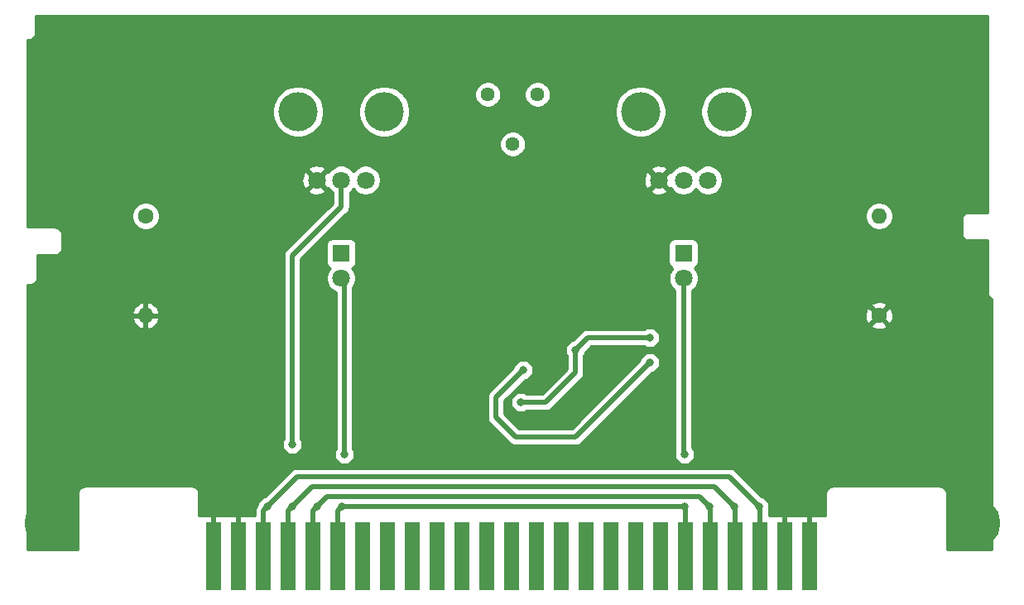
<source format=gbr>
G04 #@! TF.GenerationSoftware,KiCad,Pcbnew,(5.1.7)-1*
G04 #@! TF.CreationDate,2022-04-09T18:00:20-05:00*
G04 #@! TF.ProjectId,ConsolePedalFuzzSMT,436f6e73-6f6c-4655-9065-64616c46757a,rev?*
G04 #@! TF.SameCoordinates,Original*
G04 #@! TF.FileFunction,Copper,L2,Bot*
G04 #@! TF.FilePolarity,Positive*
%FSLAX46Y46*%
G04 Gerber Fmt 4.6, Leading zero omitted, Abs format (unit mm)*
G04 Created by KiCad (PCBNEW (5.1.7)-1) date 2022-04-09 18:00:20*
%MOMM*%
%LPD*%
G01*
G04 APERTURE LIST*
G04 #@! TA.AperFunction,ComponentPad*
%ADD10R,1.800000X1.800000*%
G04 #@! TD*
G04 #@! TA.AperFunction,ComponentPad*
%ADD11C,1.800000*%
G04 #@! TD*
G04 #@! TA.AperFunction,ComponentPad*
%ADD12C,5.000000*%
G04 #@! TD*
G04 #@! TA.AperFunction,WasherPad*
%ADD13C,4.000000*%
G04 #@! TD*
G04 #@! TA.AperFunction,ComponentPad*
%ADD14C,1.600000*%
G04 #@! TD*
G04 #@! TA.AperFunction,ComponentPad*
%ADD15O,1.600000X1.600000*%
G04 #@! TD*
G04 #@! TA.AperFunction,ComponentPad*
%ADD16C,1.440000*%
G04 #@! TD*
G04 #@! TA.AperFunction,ConnectorPad*
%ADD17R,1.500000X7.000000*%
G04 #@! TD*
G04 #@! TA.AperFunction,ViaPad*
%ADD18C,0.800000*%
G04 #@! TD*
G04 #@! TA.AperFunction,Conductor*
%ADD19C,0.500000*%
G04 #@! TD*
G04 #@! TA.AperFunction,Conductor*
%ADD20C,0.254000*%
G04 #@! TD*
G04 #@! TA.AperFunction,Conductor*
%ADD21C,0.100000*%
G04 #@! TD*
G04 APERTURE END LIST*
D10*
G04 #@! TO.P,D1,1*
G04 #@! TO.N,Net-(D1-Pad1)*
X115250000Y-95000000D03*
D11*
G04 #@! TO.P,D1,2*
G04 #@! TO.N,/LEDPower*
X115250000Y-97540000D03*
G04 #@! TD*
G04 #@! TO.P,D2,2*
G04 #@! TO.N,/LEDPower*
X150250000Y-97540000D03*
D10*
G04 #@! TO.P,D2,1*
G04 #@! TO.N,Net-(D2-Pad1)*
X150250000Y-95000000D03*
G04 #@! TD*
D12*
G04 #@! TO.P,H1,1*
G04 #@! TO.N,GND*
X85350000Y-122600000D03*
G04 #@! TD*
G04 #@! TO.P,H2,1*
G04 #@! TO.N,GND*
X180150000Y-122600000D03*
G04 #@! TD*
D13*
G04 #@! TO.P,RV1,*
G04 #@! TO.N,*
X154650000Y-80500000D03*
X145850000Y-80500000D03*
D11*
G04 #@! TO.P,RV1,1*
G04 #@! TO.N,Net-(Q2-Pad2)*
X152750000Y-87500000D03*
G04 #@! TO.P,RV1,2*
G04 #@! TO.N,Net-(C3-Pad1)*
X150250000Y-87500000D03*
G04 #@! TO.P,RV1,3*
G04 #@! TO.N,GND*
X147750000Y-87500000D03*
G04 #@! TD*
G04 #@! TO.P,RV2,3*
G04 #@! TO.N,GND*
X112750000Y-87500000D03*
G04 #@! TO.P,RV2,2*
G04 #@! TO.N,/Output*
X115250000Y-87500000D03*
G04 #@! TO.P,RV2,1*
G04 #@! TO.N,Net-(C2-Pad1)*
X117750000Y-87500000D03*
D13*
G04 #@! TO.P,RV2,*
G04 #@! TO.N,*
X110850000Y-80500000D03*
X119650000Y-80500000D03*
G04 #@! TD*
D14*
G04 #@! TO.P,R3,1*
G04 #@! TO.N,GND*
X170250000Y-101350000D03*
D15*
G04 #@! TO.P,R3,2*
G04 #@! TO.N,Net-(D2-Pad1)*
X170250000Y-91190000D03*
G04 #@! TD*
D16*
G04 #@! TO.P,RV3,3*
G04 #@! TO.N,N/C*
X135330000Y-78740000D03*
G04 #@! TO.P,RV3,2*
G04 #@! TO.N,Net-(Q2-Pad3)*
X132790000Y-83820000D03*
G04 #@! TO.P,RV3,1*
G04 #@! TO.N,Net-(C2-Pad2)*
X130250000Y-78740000D03*
G04 #@! TD*
D17*
G04 #@! TO.P,J1,50*
G04 #@! TO.N,GND*
X163195000Y-126000000D03*
G04 #@! TO.P,J1,49*
X160655000Y-126000000D03*
G04 #@! TO.P,J1,48*
G04 #@! TO.N,/Input*
X158115000Y-126000000D03*
G04 #@! TO.P,J1,47*
G04 #@! TO.N,/Output*
X155575000Y-126000000D03*
G04 #@! TO.P,J1,46*
G04 #@! TO.N,+9V*
X153035000Y-126000000D03*
G04 #@! TO.P,J1,45*
G04 #@! TO.N,/LEDPower*
X150495000Y-126000000D03*
G04 #@! TO.P,J1,44*
G04 #@! TO.N,N/C*
X147955000Y-126000000D03*
G04 #@! TO.P,J1,43*
X145415000Y-126000000D03*
G04 #@! TO.P,J1,42*
X142875000Y-126000000D03*
G04 #@! TO.P,J1,41*
X140335000Y-126000000D03*
G04 #@! TO.P,J1,40*
X137795000Y-126000000D03*
G04 #@! TO.P,J1,39*
X135255000Y-126000000D03*
G04 #@! TO.P,J1,38*
X132715000Y-126000000D03*
G04 #@! TO.P,J1,37*
X130175000Y-126000000D03*
G04 #@! TO.P,J1,36*
X127635000Y-126000000D03*
G04 #@! TO.P,J1,35*
X125095000Y-126000000D03*
G04 #@! TO.P,J1,34*
X122555000Y-126000000D03*
G04 #@! TO.P,J1,33*
X120015000Y-126000000D03*
G04 #@! TO.P,J1,32*
X117475000Y-126000000D03*
G04 #@! TO.P,J1,31*
G04 #@! TO.N,/LEDPower*
X114935000Y-126000000D03*
G04 #@! TO.P,J1,30*
G04 #@! TO.N,+9V*
X112395000Y-126000000D03*
G04 #@! TO.P,J1,29*
G04 #@! TO.N,/Output*
X109855000Y-126000000D03*
G04 #@! TO.P,J1,28*
G04 #@! TO.N,/Input*
X107315000Y-126000000D03*
G04 #@! TO.P,J1,27*
G04 #@! TO.N,GND*
X104775000Y-126000000D03*
G04 #@! TO.P,J1,26*
X102235000Y-126000000D03*
G04 #@! TD*
D14*
G04 #@! TO.P,R5,1*
G04 #@! TO.N,Net-(D1-Pad1)*
X95250000Y-91190000D03*
D15*
G04 #@! TO.P,R5,2*
G04 #@! TO.N,GND*
X95250000Y-101350000D03*
G04 #@! TD*
D18*
G04 #@! TO.N,GND*
X105156000Y-120904000D03*
X102616000Y-120904000D03*
X160528000Y-120904000D03*
X163068000Y-120904000D03*
G04 #@! TO.N,/LEDPower*
X115316000Y-120904000D03*
X150368000Y-120904000D03*
X150368000Y-115570000D03*
X115570000Y-115570000D03*
G04 #@! TO.N,/Input*
X107696000Y-120904000D03*
X157988000Y-120904000D03*
G04 #@! TO.N,/Output*
X110236000Y-120904000D03*
X155448000Y-120904000D03*
X110236000Y-114554000D03*
G04 #@! TO.N,+9V*
X112776000Y-120904000D03*
X152908000Y-120904000D03*
G04 #@! TO.N,Net-(Q1-Pad3)*
X146812000Y-103632000D03*
X139192000Y-104902000D03*
X133604000Y-110236000D03*
G04 #@! TO.N,Net-(Q2-Pad2)*
X146812000Y-106172000D03*
X133858000Y-106934000D03*
G04 #@! TD*
D19*
G04 #@! TO.N,GND*
X104775000Y-121285000D02*
X105156000Y-120904000D01*
X104775000Y-126000000D02*
X104775000Y-121285000D01*
X102235000Y-121285000D02*
X102616000Y-120904000D01*
X102235000Y-126000000D02*
X102235000Y-121285000D01*
X160655000Y-121031000D02*
X160528000Y-120904000D01*
X160655000Y-126000000D02*
X160655000Y-121031000D01*
X163195000Y-121031000D02*
X163068000Y-120904000D01*
X163195000Y-126000000D02*
X163195000Y-121031000D01*
G04 #@! TO.N,/LEDPower*
X114935000Y-121285000D02*
X115316000Y-120904000D01*
X114935000Y-126000000D02*
X114935000Y-121285000D01*
X150495000Y-121031000D02*
X150368000Y-120904000D01*
X150495000Y-126000000D02*
X150495000Y-121031000D01*
X115316000Y-120904000D02*
X150368000Y-120904000D01*
X150250000Y-115452000D02*
X150368000Y-115570000D01*
X150250000Y-97540000D02*
X150250000Y-115452000D01*
X115570000Y-97860000D02*
X115250000Y-97540000D01*
X115570000Y-115570000D02*
X115570000Y-97860000D01*
G04 #@! TO.N,/Input*
X107315000Y-121285000D02*
X107696000Y-120904000D01*
X107315000Y-126000000D02*
X107315000Y-121285000D01*
X158115000Y-121031000D02*
X157988000Y-120904000D01*
X158115000Y-126000000D02*
X158115000Y-121031000D01*
X107696000Y-120904000D02*
X110744000Y-117856000D01*
X154940000Y-117856000D02*
X157988000Y-120904000D01*
X110744000Y-117856000D02*
X154940000Y-117856000D01*
G04 #@! TO.N,/Output*
X109855000Y-121285000D02*
X110236000Y-120904000D01*
X109855000Y-126000000D02*
X109855000Y-121285000D01*
X155575000Y-121031000D02*
X155448000Y-120904000D01*
X155575000Y-126000000D02*
X155575000Y-121031000D01*
X110236000Y-120904000D02*
X112268000Y-118872000D01*
X153416000Y-118872000D02*
X155448000Y-120904000D01*
X112268000Y-118872000D02*
X153416000Y-118872000D01*
X110236000Y-114554000D02*
X110236000Y-95250000D01*
X115250000Y-90236000D02*
X115250000Y-87500000D01*
X110236000Y-95250000D02*
X115250000Y-90236000D01*
G04 #@! TO.N,+9V*
X112395000Y-121285000D02*
X112776000Y-120904000D01*
X112395000Y-126000000D02*
X112395000Y-121285000D01*
X153035000Y-121031000D02*
X152908000Y-120904000D01*
X153035000Y-126000000D02*
X153035000Y-121031000D01*
X151892000Y-119888000D02*
X152908000Y-120904000D01*
X113792000Y-119888000D02*
X151892000Y-119888000D01*
X112776000Y-120904000D02*
X113792000Y-119888000D01*
G04 #@! TO.N,Net-(Q1-Pad3)*
X140462000Y-103632000D02*
X146812000Y-103632000D01*
X139192000Y-104902000D02*
X140462000Y-103632000D01*
X133604000Y-110236000D02*
X136144000Y-110236000D01*
X139192000Y-107188000D02*
X139192000Y-104902000D01*
X136144000Y-110236000D02*
X139192000Y-107188000D01*
G04 #@! TO.N,Net-(Q2-Pad2)*
X133858000Y-106934000D02*
X131064000Y-109728000D01*
X131064000Y-109728000D02*
X131064000Y-111760000D01*
X131064000Y-111760000D02*
X133096000Y-113792000D01*
X139192000Y-113792000D02*
X146812000Y-106172000D01*
X133096000Y-113792000D02*
X139192000Y-113792000D01*
G04 #@! TD*
D20*
G04 #@! TO.N,GND*
X181323001Y-90823000D02*
X179433252Y-90823000D01*
X179400000Y-90819725D01*
X179366748Y-90823000D01*
X179267285Y-90832796D01*
X179139670Y-90871508D01*
X179022059Y-90934372D01*
X178918973Y-91018973D01*
X178834372Y-91122059D01*
X178771508Y-91239670D01*
X178732796Y-91367285D01*
X178719725Y-91500000D01*
X178723001Y-91533262D01*
X178723000Y-92966747D01*
X178719725Y-93000000D01*
X178732796Y-93132715D01*
X178771508Y-93260330D01*
X178834372Y-93377941D01*
X178918973Y-93481027D01*
X179022059Y-93565628D01*
X179139670Y-93628492D01*
X179267285Y-93667204D01*
X179400000Y-93680275D01*
X179433252Y-93677000D01*
X181323000Y-93677000D01*
X181323001Y-98966738D01*
X181319725Y-99000000D01*
X181332796Y-99132715D01*
X181371508Y-99260330D01*
X181434372Y-99377941D01*
X181518973Y-99481027D01*
X181622059Y-99565628D01*
X181739670Y-99628492D01*
X181823001Y-99653770D01*
X181823000Y-125323000D01*
X177177000Y-125323000D01*
X177177000Y-119533252D01*
X177180275Y-119500000D01*
X177167204Y-119367285D01*
X177128492Y-119239670D01*
X177065628Y-119122059D01*
X176981027Y-119018973D01*
X176877941Y-118934372D01*
X176760330Y-118871508D01*
X176632715Y-118832796D01*
X176533252Y-118823000D01*
X176500000Y-118819725D01*
X176466748Y-118823000D01*
X165513252Y-118823000D01*
X165480000Y-118819725D01*
X165446748Y-118823000D01*
X165347285Y-118832796D01*
X165219670Y-118871508D01*
X165102059Y-118934372D01*
X164998973Y-119018973D01*
X164914372Y-119122059D01*
X164851508Y-119239670D01*
X164812796Y-119367285D01*
X164799725Y-119500000D01*
X164803001Y-119533262D01*
X164803001Y-121793000D01*
X158992000Y-121793000D01*
X158992000Y-121120780D01*
X159015000Y-121005151D01*
X159015000Y-120802849D01*
X158975533Y-120604435D01*
X158898115Y-120417533D01*
X158785723Y-120249326D01*
X158642674Y-120106277D01*
X158474467Y-119993885D01*
X158287565Y-119916467D01*
X158229104Y-119904838D01*
X155590597Y-117266332D01*
X155563133Y-117232867D01*
X155429592Y-117123273D01*
X155277237Y-117041838D01*
X155111922Y-116991690D01*
X154983079Y-116979000D01*
X154940000Y-116974757D01*
X154896921Y-116979000D01*
X110787079Y-116979000D01*
X110744000Y-116974757D01*
X110572077Y-116991690D01*
X110406763Y-117041838D01*
X110254408Y-117123273D01*
X110120867Y-117232867D01*
X110093408Y-117266326D01*
X107454897Y-119904838D01*
X107396435Y-119916467D01*
X107209533Y-119993885D01*
X107041326Y-120106277D01*
X106898277Y-120249326D01*
X106785885Y-120417533D01*
X106708467Y-120604435D01*
X106698053Y-120656791D01*
X106691868Y-120661867D01*
X106664409Y-120695326D01*
X106664406Y-120695329D01*
X106582274Y-120795408D01*
X106500838Y-120947764D01*
X106450690Y-121113078D01*
X106433757Y-121285000D01*
X106438001Y-121328089D01*
X106438001Y-121793000D01*
X100697000Y-121793000D01*
X100697000Y-119533252D01*
X100700275Y-119500000D01*
X100687204Y-119367285D01*
X100648492Y-119239670D01*
X100585628Y-119122059D01*
X100501027Y-119018973D01*
X100397941Y-118934372D01*
X100280330Y-118871508D01*
X100152715Y-118832796D01*
X100053252Y-118823000D01*
X100020000Y-118819725D01*
X99986748Y-118823000D01*
X89033252Y-118823000D01*
X89000000Y-118819725D01*
X88966748Y-118823000D01*
X88867285Y-118832796D01*
X88739670Y-118871508D01*
X88622059Y-118934372D01*
X88518973Y-119018973D01*
X88434372Y-119122059D01*
X88371508Y-119239670D01*
X88332796Y-119367285D01*
X88319725Y-119500000D01*
X88323000Y-119533252D01*
X88323001Y-125323000D01*
X83177000Y-125323000D01*
X83177000Y-114452849D01*
X109209000Y-114452849D01*
X109209000Y-114655151D01*
X109248467Y-114853565D01*
X109325885Y-115040467D01*
X109438277Y-115208674D01*
X109581326Y-115351723D01*
X109749533Y-115464115D01*
X109936435Y-115541533D01*
X110134849Y-115581000D01*
X110337151Y-115581000D01*
X110535565Y-115541533D01*
X110722467Y-115464115D01*
X110890674Y-115351723D01*
X111033723Y-115208674D01*
X111146115Y-115040467D01*
X111223533Y-114853565D01*
X111263000Y-114655151D01*
X111263000Y-114452849D01*
X111223533Y-114254435D01*
X111146115Y-114067533D01*
X111113000Y-114017973D01*
X111113000Y-95613265D01*
X112626265Y-94100000D01*
X113719967Y-94100000D01*
X113719967Y-95900000D01*
X113732073Y-96022913D01*
X113767925Y-96141103D01*
X113826147Y-96250028D01*
X113904499Y-96345501D01*
X113999972Y-96423853D01*
X114108897Y-96482075D01*
X114139221Y-96491274D01*
X114063901Y-96566594D01*
X113896790Y-96816694D01*
X113781681Y-97094590D01*
X113723000Y-97389604D01*
X113723000Y-97690396D01*
X113781681Y-97985410D01*
X113896790Y-98263306D01*
X114063901Y-98513406D01*
X114276594Y-98726099D01*
X114526694Y-98893210D01*
X114693001Y-98962097D01*
X114693000Y-115033973D01*
X114659885Y-115083533D01*
X114582467Y-115270435D01*
X114543000Y-115468849D01*
X114543000Y-115671151D01*
X114582467Y-115869565D01*
X114659885Y-116056467D01*
X114772277Y-116224674D01*
X114915326Y-116367723D01*
X115083533Y-116480115D01*
X115270435Y-116557533D01*
X115468849Y-116597000D01*
X115671151Y-116597000D01*
X115869565Y-116557533D01*
X116056467Y-116480115D01*
X116224674Y-116367723D01*
X116367723Y-116224674D01*
X116480115Y-116056467D01*
X116557533Y-115869565D01*
X116597000Y-115671151D01*
X116597000Y-115468849D01*
X116557533Y-115270435D01*
X116480115Y-115083533D01*
X116447000Y-115033973D01*
X116447000Y-109728000D01*
X130182757Y-109728000D01*
X130187000Y-109771080D01*
X130187001Y-111716911D01*
X130182757Y-111760000D01*
X130199690Y-111931922D01*
X130249838Y-112097236D01*
X130331274Y-112249592D01*
X130413406Y-112349671D01*
X130413409Y-112349674D01*
X130440868Y-112383133D01*
X130474327Y-112410592D01*
X132445408Y-114381674D01*
X132472867Y-114415133D01*
X132606408Y-114524727D01*
X132640595Y-114543000D01*
X132758763Y-114606162D01*
X132924077Y-114656310D01*
X133096000Y-114673243D01*
X133139079Y-114669000D01*
X139148921Y-114669000D01*
X139192000Y-114673243D01*
X139235079Y-114669000D01*
X139363922Y-114656310D01*
X139529237Y-114606162D01*
X139681592Y-114524727D01*
X139815133Y-114415133D01*
X139842597Y-114381668D01*
X147053103Y-107171162D01*
X147111565Y-107159533D01*
X147298467Y-107082115D01*
X147466674Y-106969723D01*
X147609723Y-106826674D01*
X147722115Y-106658467D01*
X147799533Y-106471565D01*
X147839000Y-106273151D01*
X147839000Y-106070849D01*
X147799533Y-105872435D01*
X147722115Y-105685533D01*
X147609723Y-105517326D01*
X147466674Y-105374277D01*
X147298467Y-105261885D01*
X147111565Y-105184467D01*
X146913151Y-105145000D01*
X146710849Y-105145000D01*
X146512435Y-105184467D01*
X146325533Y-105261885D01*
X146157326Y-105374277D01*
X146014277Y-105517326D01*
X145901885Y-105685533D01*
X145824467Y-105872435D01*
X145812838Y-105930897D01*
X138828735Y-112915000D01*
X133459266Y-112915000D01*
X131941000Y-111396735D01*
X131941000Y-110134849D01*
X132577000Y-110134849D01*
X132577000Y-110337151D01*
X132616467Y-110535565D01*
X132693885Y-110722467D01*
X132806277Y-110890674D01*
X132949326Y-111033723D01*
X133117533Y-111146115D01*
X133304435Y-111223533D01*
X133502849Y-111263000D01*
X133705151Y-111263000D01*
X133903565Y-111223533D01*
X134090467Y-111146115D01*
X134140027Y-111113000D01*
X136100921Y-111113000D01*
X136144000Y-111117243D01*
X136187079Y-111113000D01*
X136223570Y-111109406D01*
X136315922Y-111100310D01*
X136481237Y-111050162D01*
X136633592Y-110968727D01*
X136767133Y-110859133D01*
X136794597Y-110825668D01*
X139781675Y-107838591D01*
X139815133Y-107811133D01*
X139924727Y-107677592D01*
X140006162Y-107525237D01*
X140056310Y-107359922D01*
X140069000Y-107231079D01*
X140069000Y-107231078D01*
X140073243Y-107188000D01*
X140069000Y-107144921D01*
X140069000Y-105438027D01*
X140102115Y-105388467D01*
X140179533Y-105201565D01*
X140191162Y-105143103D01*
X140825265Y-104509000D01*
X146275973Y-104509000D01*
X146325533Y-104542115D01*
X146512435Y-104619533D01*
X146710849Y-104659000D01*
X146913151Y-104659000D01*
X147111565Y-104619533D01*
X147298467Y-104542115D01*
X147466674Y-104429723D01*
X147609723Y-104286674D01*
X147722115Y-104118467D01*
X147799533Y-103931565D01*
X147839000Y-103733151D01*
X147839000Y-103530849D01*
X147799533Y-103332435D01*
X147722115Y-103145533D01*
X147609723Y-102977326D01*
X147466674Y-102834277D01*
X147298467Y-102721885D01*
X147111565Y-102644467D01*
X146913151Y-102605000D01*
X146710849Y-102605000D01*
X146512435Y-102644467D01*
X146325533Y-102721885D01*
X146275973Y-102755000D01*
X140505069Y-102755000D01*
X140461999Y-102750758D01*
X140418930Y-102755000D01*
X140418921Y-102755000D01*
X140290078Y-102767690D01*
X140124763Y-102817838D01*
X139972408Y-102899273D01*
X139838867Y-103008867D01*
X139811403Y-103042332D01*
X138950897Y-103902838D01*
X138892435Y-103914467D01*
X138705533Y-103991885D01*
X138537326Y-104104277D01*
X138394277Y-104247326D01*
X138281885Y-104415533D01*
X138204467Y-104602435D01*
X138165000Y-104800849D01*
X138165000Y-105003151D01*
X138204467Y-105201565D01*
X138281885Y-105388467D01*
X138315001Y-105438028D01*
X138315000Y-106824734D01*
X135780735Y-109359000D01*
X134140027Y-109359000D01*
X134090467Y-109325885D01*
X133903565Y-109248467D01*
X133705151Y-109209000D01*
X133502849Y-109209000D01*
X133304435Y-109248467D01*
X133117533Y-109325885D01*
X132949326Y-109438277D01*
X132806277Y-109581326D01*
X132693885Y-109749533D01*
X132616467Y-109936435D01*
X132577000Y-110134849D01*
X131941000Y-110134849D01*
X131941000Y-110091265D01*
X134099103Y-107933162D01*
X134157565Y-107921533D01*
X134344467Y-107844115D01*
X134512674Y-107731723D01*
X134655723Y-107588674D01*
X134768115Y-107420467D01*
X134845533Y-107233565D01*
X134885000Y-107035151D01*
X134885000Y-106832849D01*
X134845533Y-106634435D01*
X134768115Y-106447533D01*
X134655723Y-106279326D01*
X134512674Y-106136277D01*
X134344467Y-106023885D01*
X134157565Y-105946467D01*
X133959151Y-105907000D01*
X133756849Y-105907000D01*
X133558435Y-105946467D01*
X133371533Y-106023885D01*
X133203326Y-106136277D01*
X133060277Y-106279326D01*
X132947885Y-106447533D01*
X132870467Y-106634435D01*
X132858838Y-106692897D01*
X130474332Y-109077403D01*
X130440867Y-109104867D01*
X130331273Y-109238409D01*
X130266816Y-109359000D01*
X130249838Y-109390764D01*
X130199690Y-109556078D01*
X130182757Y-109728000D01*
X116447000Y-109728000D01*
X116447000Y-98497091D01*
X116603210Y-98263306D01*
X116718319Y-97985410D01*
X116777000Y-97690396D01*
X116777000Y-97389604D01*
X116718319Y-97094590D01*
X116603210Y-96816694D01*
X116436099Y-96566594D01*
X116360779Y-96491274D01*
X116391103Y-96482075D01*
X116500028Y-96423853D01*
X116595501Y-96345501D01*
X116673853Y-96250028D01*
X116732075Y-96141103D01*
X116767927Y-96022913D01*
X116780033Y-95900000D01*
X116780033Y-94100000D01*
X148719967Y-94100000D01*
X148719967Y-95900000D01*
X148732073Y-96022913D01*
X148767925Y-96141103D01*
X148826147Y-96250028D01*
X148904499Y-96345501D01*
X148999972Y-96423853D01*
X149108897Y-96482075D01*
X149139221Y-96491274D01*
X149063901Y-96566594D01*
X148896790Y-96816694D01*
X148781681Y-97094590D01*
X148723000Y-97389604D01*
X148723000Y-97690396D01*
X148781681Y-97985410D01*
X148896790Y-98263306D01*
X149063901Y-98513406D01*
X149276594Y-98726099D01*
X149373000Y-98790515D01*
X149373001Y-115307969D01*
X149341000Y-115468849D01*
X149341000Y-115671151D01*
X149380467Y-115869565D01*
X149457885Y-116056467D01*
X149570277Y-116224674D01*
X149713326Y-116367723D01*
X149881533Y-116480115D01*
X150068435Y-116557533D01*
X150266849Y-116597000D01*
X150469151Y-116597000D01*
X150667565Y-116557533D01*
X150854467Y-116480115D01*
X151022674Y-116367723D01*
X151165723Y-116224674D01*
X151278115Y-116056467D01*
X151355533Y-115869565D01*
X151395000Y-115671151D01*
X151395000Y-115468849D01*
X151355533Y-115270435D01*
X151278115Y-115083533D01*
X151165723Y-114915326D01*
X151127000Y-114876603D01*
X151127000Y-102342702D01*
X169436903Y-102342702D01*
X169508486Y-102586671D01*
X169763996Y-102707571D01*
X170038184Y-102776300D01*
X170320512Y-102790217D01*
X170600130Y-102748787D01*
X170866292Y-102653603D01*
X170991514Y-102586671D01*
X171063097Y-102342702D01*
X170250000Y-101529605D01*
X169436903Y-102342702D01*
X151127000Y-102342702D01*
X151127000Y-101420512D01*
X168809783Y-101420512D01*
X168851213Y-101700130D01*
X168946397Y-101966292D01*
X169013329Y-102091514D01*
X169257298Y-102163097D01*
X170070395Y-101350000D01*
X170429605Y-101350000D01*
X171242702Y-102163097D01*
X171486671Y-102091514D01*
X171607571Y-101836004D01*
X171676300Y-101561816D01*
X171690217Y-101279488D01*
X171648787Y-100999870D01*
X171553603Y-100733708D01*
X171486671Y-100608486D01*
X171242702Y-100536903D01*
X170429605Y-101350000D01*
X170070395Y-101350000D01*
X169257298Y-100536903D01*
X169013329Y-100608486D01*
X168892429Y-100863996D01*
X168823700Y-101138184D01*
X168809783Y-101420512D01*
X151127000Y-101420512D01*
X151127000Y-100357298D01*
X169436903Y-100357298D01*
X170250000Y-101170395D01*
X171063097Y-100357298D01*
X170991514Y-100113329D01*
X170736004Y-99992429D01*
X170461816Y-99923700D01*
X170179488Y-99909783D01*
X169899870Y-99951213D01*
X169633708Y-100046397D01*
X169508486Y-100113329D01*
X169436903Y-100357298D01*
X151127000Y-100357298D01*
X151127000Y-98790515D01*
X151223406Y-98726099D01*
X151436099Y-98513406D01*
X151603210Y-98263306D01*
X151718319Y-97985410D01*
X151777000Y-97690396D01*
X151777000Y-97389604D01*
X151718319Y-97094590D01*
X151603210Y-96816694D01*
X151436099Y-96566594D01*
X151360779Y-96491274D01*
X151391103Y-96482075D01*
X151500028Y-96423853D01*
X151595501Y-96345501D01*
X151673853Y-96250028D01*
X151732075Y-96141103D01*
X151767927Y-96022913D01*
X151780033Y-95900000D01*
X151780033Y-94100000D01*
X151767927Y-93977087D01*
X151732075Y-93858897D01*
X151673853Y-93749972D01*
X151595501Y-93654499D01*
X151500028Y-93576147D01*
X151391103Y-93517925D01*
X151272913Y-93482073D01*
X151150000Y-93469967D01*
X149350000Y-93469967D01*
X149227087Y-93482073D01*
X149108897Y-93517925D01*
X148999972Y-93576147D01*
X148904499Y-93654499D01*
X148826147Y-93749972D01*
X148767925Y-93858897D01*
X148732073Y-93977087D01*
X148719967Y-94100000D01*
X116780033Y-94100000D01*
X116767927Y-93977087D01*
X116732075Y-93858897D01*
X116673853Y-93749972D01*
X116595501Y-93654499D01*
X116500028Y-93576147D01*
X116391103Y-93517925D01*
X116272913Y-93482073D01*
X116150000Y-93469967D01*
X114350000Y-93469967D01*
X114227087Y-93482073D01*
X114108897Y-93517925D01*
X113999972Y-93576147D01*
X113904499Y-93654499D01*
X113826147Y-93749972D01*
X113767925Y-93858897D01*
X113732073Y-93977087D01*
X113719967Y-94100000D01*
X112626265Y-94100000D01*
X115676812Y-91049453D01*
X168823000Y-91049453D01*
X168823000Y-91330547D01*
X168877838Y-91606241D01*
X168985409Y-91865938D01*
X169141576Y-92099660D01*
X169340340Y-92298424D01*
X169574062Y-92454591D01*
X169833759Y-92562162D01*
X170109453Y-92617000D01*
X170390547Y-92617000D01*
X170666241Y-92562162D01*
X170925938Y-92454591D01*
X171159660Y-92298424D01*
X171358424Y-92099660D01*
X171514591Y-91865938D01*
X171622162Y-91606241D01*
X171677000Y-91330547D01*
X171677000Y-91049453D01*
X171622162Y-90773759D01*
X171514591Y-90514062D01*
X171358424Y-90280340D01*
X171159660Y-90081576D01*
X170925938Y-89925409D01*
X170666241Y-89817838D01*
X170390547Y-89763000D01*
X170109453Y-89763000D01*
X169833759Y-89817838D01*
X169574062Y-89925409D01*
X169340340Y-90081576D01*
X169141576Y-90280340D01*
X168985409Y-90514062D01*
X168877838Y-90773759D01*
X168823000Y-91049453D01*
X115676812Y-91049453D01*
X115839675Y-90886591D01*
X115873133Y-90859133D01*
X115905475Y-90819725D01*
X115982726Y-90725593D01*
X115982728Y-90725591D01*
X116064162Y-90573237D01*
X116114310Y-90407922D01*
X116127000Y-90279079D01*
X116127000Y-90279078D01*
X116131243Y-90236000D01*
X116127000Y-90192921D01*
X116127000Y-88750515D01*
X116223406Y-88686099D01*
X116436099Y-88473406D01*
X116500000Y-88377771D01*
X116563901Y-88473406D01*
X116776594Y-88686099D01*
X117026694Y-88853210D01*
X117304590Y-88968319D01*
X117599604Y-89027000D01*
X117900396Y-89027000D01*
X118195410Y-88968319D01*
X118473306Y-88853210D01*
X118723406Y-88686099D01*
X118845425Y-88564080D01*
X146865525Y-88564080D01*
X146949208Y-88818261D01*
X147221775Y-88949158D01*
X147514642Y-89024365D01*
X147816553Y-89040991D01*
X148115907Y-88998397D01*
X148401199Y-88898222D01*
X148550792Y-88818261D01*
X148634475Y-88564080D01*
X147750000Y-87679605D01*
X146865525Y-88564080D01*
X118845425Y-88564080D01*
X118936099Y-88473406D01*
X119103210Y-88223306D01*
X119218319Y-87945410D01*
X119277000Y-87650396D01*
X119277000Y-87566553D01*
X146209009Y-87566553D01*
X146251603Y-87865907D01*
X146351778Y-88151199D01*
X146431739Y-88300792D01*
X146685920Y-88384475D01*
X147570395Y-87500000D01*
X147929605Y-87500000D01*
X148814080Y-88384475D01*
X148970147Y-88333094D01*
X149063901Y-88473406D01*
X149276594Y-88686099D01*
X149526694Y-88853210D01*
X149804590Y-88968319D01*
X150099604Y-89027000D01*
X150400396Y-89027000D01*
X150695410Y-88968319D01*
X150973306Y-88853210D01*
X151223406Y-88686099D01*
X151436099Y-88473406D01*
X151500000Y-88377771D01*
X151563901Y-88473406D01*
X151776594Y-88686099D01*
X152026694Y-88853210D01*
X152304590Y-88968319D01*
X152599604Y-89027000D01*
X152900396Y-89027000D01*
X153195410Y-88968319D01*
X153473306Y-88853210D01*
X153723406Y-88686099D01*
X153936099Y-88473406D01*
X154103210Y-88223306D01*
X154218319Y-87945410D01*
X154277000Y-87650396D01*
X154277000Y-87349604D01*
X154218319Y-87054590D01*
X154103210Y-86776694D01*
X153936099Y-86526594D01*
X153723406Y-86313901D01*
X153473306Y-86146790D01*
X153195410Y-86031681D01*
X152900396Y-85973000D01*
X152599604Y-85973000D01*
X152304590Y-86031681D01*
X152026694Y-86146790D01*
X151776594Y-86313901D01*
X151563901Y-86526594D01*
X151500000Y-86622229D01*
X151436099Y-86526594D01*
X151223406Y-86313901D01*
X150973306Y-86146790D01*
X150695410Y-86031681D01*
X150400396Y-85973000D01*
X150099604Y-85973000D01*
X149804590Y-86031681D01*
X149526694Y-86146790D01*
X149276594Y-86313901D01*
X149063901Y-86526594D01*
X148970147Y-86666906D01*
X148814080Y-86615525D01*
X147929605Y-87500000D01*
X147570395Y-87500000D01*
X146685920Y-86615525D01*
X146431739Y-86699208D01*
X146300842Y-86971775D01*
X146225635Y-87264642D01*
X146209009Y-87566553D01*
X119277000Y-87566553D01*
X119277000Y-87349604D01*
X119218319Y-87054590D01*
X119103210Y-86776694D01*
X118936099Y-86526594D01*
X118845425Y-86435920D01*
X146865525Y-86435920D01*
X147750000Y-87320395D01*
X148634475Y-86435920D01*
X148550792Y-86181739D01*
X148278225Y-86050842D01*
X147985358Y-85975635D01*
X147683447Y-85959009D01*
X147384093Y-86001603D01*
X147098801Y-86101778D01*
X146949208Y-86181739D01*
X146865525Y-86435920D01*
X118845425Y-86435920D01*
X118723406Y-86313901D01*
X118473306Y-86146790D01*
X118195410Y-86031681D01*
X117900396Y-85973000D01*
X117599604Y-85973000D01*
X117304590Y-86031681D01*
X117026694Y-86146790D01*
X116776594Y-86313901D01*
X116563901Y-86526594D01*
X116500000Y-86622229D01*
X116436099Y-86526594D01*
X116223406Y-86313901D01*
X115973306Y-86146790D01*
X115695410Y-86031681D01*
X115400396Y-85973000D01*
X115099604Y-85973000D01*
X114804590Y-86031681D01*
X114526694Y-86146790D01*
X114276594Y-86313901D01*
X114063901Y-86526594D01*
X113970147Y-86666906D01*
X113814080Y-86615525D01*
X112929605Y-87500000D01*
X113814080Y-88384475D01*
X113970147Y-88333094D01*
X114063901Y-88473406D01*
X114276594Y-88686099D01*
X114373001Y-88750516D01*
X114373000Y-89872734D01*
X109646327Y-94599408D01*
X109612868Y-94626867D01*
X109585409Y-94660326D01*
X109585406Y-94660329D01*
X109503274Y-94760408D01*
X109421838Y-94912764D01*
X109371690Y-95078078D01*
X109354757Y-95250000D01*
X109359001Y-95293090D01*
X109359000Y-114017973D01*
X109325885Y-114067533D01*
X109248467Y-114254435D01*
X109209000Y-114452849D01*
X83177000Y-114452849D01*
X83177000Y-101699040D01*
X93858091Y-101699040D01*
X93952930Y-101963881D01*
X94097615Y-102205131D01*
X94286586Y-102413519D01*
X94512580Y-102581037D01*
X94766913Y-102701246D01*
X94900961Y-102741904D01*
X95123000Y-102619915D01*
X95123000Y-101477000D01*
X95377000Y-101477000D01*
X95377000Y-102619915D01*
X95599039Y-102741904D01*
X95733087Y-102701246D01*
X95987420Y-102581037D01*
X96213414Y-102413519D01*
X96402385Y-102205131D01*
X96547070Y-101963881D01*
X96641909Y-101699040D01*
X96520624Y-101477000D01*
X95377000Y-101477000D01*
X95123000Y-101477000D01*
X93979376Y-101477000D01*
X93858091Y-101699040D01*
X83177000Y-101699040D01*
X83177000Y-101000960D01*
X93858091Y-101000960D01*
X93979376Y-101223000D01*
X95123000Y-101223000D01*
X95123000Y-100080085D01*
X95377000Y-100080085D01*
X95377000Y-101223000D01*
X96520624Y-101223000D01*
X96641909Y-101000960D01*
X96547070Y-100736119D01*
X96402385Y-100494869D01*
X96213414Y-100286481D01*
X95987420Y-100118963D01*
X95733087Y-99998754D01*
X95599039Y-99958096D01*
X95377000Y-100080085D01*
X95123000Y-100080085D01*
X94900961Y-99958096D01*
X94766913Y-99998754D01*
X94512580Y-100118963D01*
X94286586Y-100286481D01*
X94097615Y-100494869D01*
X93952930Y-100736119D01*
X93858091Y-101000960D01*
X83177000Y-101000960D01*
X83177000Y-98177000D01*
X83466748Y-98177000D01*
X83500000Y-98180275D01*
X83533252Y-98177000D01*
X83632715Y-98167204D01*
X83760330Y-98128492D01*
X83877941Y-98065628D01*
X83981027Y-97981027D01*
X84065628Y-97877941D01*
X84128492Y-97760330D01*
X84167204Y-97632715D01*
X84180275Y-97500000D01*
X84177000Y-97466748D01*
X84177000Y-95177000D01*
X85966748Y-95177000D01*
X86000000Y-95180275D01*
X86033252Y-95177000D01*
X86132715Y-95167204D01*
X86260330Y-95128492D01*
X86377941Y-95065628D01*
X86481027Y-94981027D01*
X86565628Y-94877941D01*
X86628492Y-94760330D01*
X86667204Y-94632715D01*
X86680275Y-94500000D01*
X86677000Y-94466748D01*
X86677000Y-93033251D01*
X86680275Y-93000000D01*
X86667204Y-92867285D01*
X86628492Y-92739670D01*
X86565628Y-92622059D01*
X86481027Y-92518973D01*
X86377941Y-92434372D01*
X86260330Y-92371508D01*
X86132715Y-92332796D01*
X86033252Y-92323000D01*
X86000000Y-92319725D01*
X85966748Y-92323000D01*
X83177000Y-92323000D01*
X83177000Y-91049453D01*
X93823000Y-91049453D01*
X93823000Y-91330547D01*
X93877838Y-91606241D01*
X93985409Y-91865938D01*
X94141576Y-92099660D01*
X94340340Y-92298424D01*
X94574062Y-92454591D01*
X94833759Y-92562162D01*
X95109453Y-92617000D01*
X95390547Y-92617000D01*
X95666241Y-92562162D01*
X95925938Y-92454591D01*
X96159660Y-92298424D01*
X96358424Y-92099660D01*
X96514591Y-91865938D01*
X96622162Y-91606241D01*
X96677000Y-91330547D01*
X96677000Y-91049453D01*
X96622162Y-90773759D01*
X96514591Y-90514062D01*
X96358424Y-90280340D01*
X96159660Y-90081576D01*
X95925938Y-89925409D01*
X95666241Y-89817838D01*
X95390547Y-89763000D01*
X95109453Y-89763000D01*
X94833759Y-89817838D01*
X94574062Y-89925409D01*
X94340340Y-90081576D01*
X94141576Y-90280340D01*
X93985409Y-90514062D01*
X93877838Y-90773759D01*
X93823000Y-91049453D01*
X83177000Y-91049453D01*
X83177000Y-88564080D01*
X111865525Y-88564080D01*
X111949208Y-88818261D01*
X112221775Y-88949158D01*
X112514642Y-89024365D01*
X112816553Y-89040991D01*
X113115907Y-88998397D01*
X113401199Y-88898222D01*
X113550792Y-88818261D01*
X113634475Y-88564080D01*
X112750000Y-87679605D01*
X111865525Y-88564080D01*
X83177000Y-88564080D01*
X83177000Y-87566553D01*
X111209009Y-87566553D01*
X111251603Y-87865907D01*
X111351778Y-88151199D01*
X111431739Y-88300792D01*
X111685920Y-88384475D01*
X112570395Y-87500000D01*
X111685920Y-86615525D01*
X111431739Y-86699208D01*
X111300842Y-86971775D01*
X111225635Y-87264642D01*
X111209009Y-87566553D01*
X83177000Y-87566553D01*
X83177000Y-86435920D01*
X111865525Y-86435920D01*
X112750000Y-87320395D01*
X113634475Y-86435920D01*
X113550792Y-86181739D01*
X113278225Y-86050842D01*
X112985358Y-85975635D01*
X112683447Y-85959009D01*
X112384093Y-86001603D01*
X112098801Y-86101778D01*
X111949208Y-86181739D01*
X111865525Y-86435920D01*
X83177000Y-86435920D01*
X83177000Y-83687332D01*
X131443000Y-83687332D01*
X131443000Y-83952668D01*
X131494764Y-84212906D01*
X131596304Y-84458044D01*
X131743716Y-84678663D01*
X131931337Y-84866284D01*
X132151956Y-85013696D01*
X132397094Y-85115236D01*
X132657332Y-85167000D01*
X132922668Y-85167000D01*
X133182906Y-85115236D01*
X133428044Y-85013696D01*
X133648663Y-84866284D01*
X133836284Y-84678663D01*
X133983696Y-84458044D01*
X134085236Y-84212906D01*
X134137000Y-83952668D01*
X134137000Y-83687332D01*
X134085236Y-83427094D01*
X133983696Y-83181956D01*
X133836284Y-82961337D01*
X133648663Y-82773716D01*
X133428044Y-82626304D01*
X133182906Y-82524764D01*
X132922668Y-82473000D01*
X132657332Y-82473000D01*
X132397094Y-82524764D01*
X132151956Y-82626304D01*
X131931337Y-82773716D01*
X131743716Y-82961337D01*
X131596304Y-83181956D01*
X131494764Y-83427094D01*
X131443000Y-83687332D01*
X83177000Y-83687332D01*
X83177000Y-80241263D01*
X108223000Y-80241263D01*
X108223000Y-80758737D01*
X108323954Y-81266268D01*
X108521983Y-81744351D01*
X108809476Y-82174615D01*
X109175385Y-82540524D01*
X109605649Y-82828017D01*
X110083732Y-83026046D01*
X110591263Y-83127000D01*
X111108737Y-83127000D01*
X111616268Y-83026046D01*
X112094351Y-82828017D01*
X112524615Y-82540524D01*
X112890524Y-82174615D01*
X113178017Y-81744351D01*
X113376046Y-81266268D01*
X113477000Y-80758737D01*
X113477000Y-80241263D01*
X117023000Y-80241263D01*
X117023000Y-80758737D01*
X117123954Y-81266268D01*
X117321983Y-81744351D01*
X117609476Y-82174615D01*
X117975385Y-82540524D01*
X118405649Y-82828017D01*
X118883732Y-83026046D01*
X119391263Y-83127000D01*
X119908737Y-83127000D01*
X120416268Y-83026046D01*
X120894351Y-82828017D01*
X121324615Y-82540524D01*
X121690524Y-82174615D01*
X121978017Y-81744351D01*
X122176046Y-81266268D01*
X122277000Y-80758737D01*
X122277000Y-80241263D01*
X143223000Y-80241263D01*
X143223000Y-80758737D01*
X143323954Y-81266268D01*
X143521983Y-81744351D01*
X143809476Y-82174615D01*
X144175385Y-82540524D01*
X144605649Y-82828017D01*
X145083732Y-83026046D01*
X145591263Y-83127000D01*
X146108737Y-83127000D01*
X146616268Y-83026046D01*
X147094351Y-82828017D01*
X147524615Y-82540524D01*
X147890524Y-82174615D01*
X148178017Y-81744351D01*
X148376046Y-81266268D01*
X148477000Y-80758737D01*
X148477000Y-80241263D01*
X152023000Y-80241263D01*
X152023000Y-80758737D01*
X152123954Y-81266268D01*
X152321983Y-81744351D01*
X152609476Y-82174615D01*
X152975385Y-82540524D01*
X153405649Y-82828017D01*
X153883732Y-83026046D01*
X154391263Y-83127000D01*
X154908737Y-83127000D01*
X155416268Y-83026046D01*
X155894351Y-82828017D01*
X156324615Y-82540524D01*
X156690524Y-82174615D01*
X156978017Y-81744351D01*
X157176046Y-81266268D01*
X157277000Y-80758737D01*
X157277000Y-80241263D01*
X157176046Y-79733732D01*
X156978017Y-79255649D01*
X156690524Y-78825385D01*
X156324615Y-78459476D01*
X155894351Y-78171983D01*
X155416268Y-77973954D01*
X154908737Y-77873000D01*
X154391263Y-77873000D01*
X153883732Y-77973954D01*
X153405649Y-78171983D01*
X152975385Y-78459476D01*
X152609476Y-78825385D01*
X152321983Y-79255649D01*
X152123954Y-79733732D01*
X152023000Y-80241263D01*
X148477000Y-80241263D01*
X148376046Y-79733732D01*
X148178017Y-79255649D01*
X147890524Y-78825385D01*
X147524615Y-78459476D01*
X147094351Y-78171983D01*
X146616268Y-77973954D01*
X146108737Y-77873000D01*
X145591263Y-77873000D01*
X145083732Y-77973954D01*
X144605649Y-78171983D01*
X144175385Y-78459476D01*
X143809476Y-78825385D01*
X143521983Y-79255649D01*
X143323954Y-79733732D01*
X143223000Y-80241263D01*
X122277000Y-80241263D01*
X122176046Y-79733732D01*
X121978017Y-79255649D01*
X121690524Y-78825385D01*
X121472471Y-78607332D01*
X128903000Y-78607332D01*
X128903000Y-78872668D01*
X128954764Y-79132906D01*
X129056304Y-79378044D01*
X129203716Y-79598663D01*
X129391337Y-79786284D01*
X129611956Y-79933696D01*
X129857094Y-80035236D01*
X130117332Y-80087000D01*
X130382668Y-80087000D01*
X130642906Y-80035236D01*
X130888044Y-79933696D01*
X131108663Y-79786284D01*
X131296284Y-79598663D01*
X131443696Y-79378044D01*
X131545236Y-79132906D01*
X131597000Y-78872668D01*
X131597000Y-78607332D01*
X133983000Y-78607332D01*
X133983000Y-78872668D01*
X134034764Y-79132906D01*
X134136304Y-79378044D01*
X134283716Y-79598663D01*
X134471337Y-79786284D01*
X134691956Y-79933696D01*
X134937094Y-80035236D01*
X135197332Y-80087000D01*
X135462668Y-80087000D01*
X135722906Y-80035236D01*
X135968044Y-79933696D01*
X136188663Y-79786284D01*
X136376284Y-79598663D01*
X136523696Y-79378044D01*
X136625236Y-79132906D01*
X136677000Y-78872668D01*
X136677000Y-78607332D01*
X136625236Y-78347094D01*
X136523696Y-78101956D01*
X136376284Y-77881337D01*
X136188663Y-77693716D01*
X135968044Y-77546304D01*
X135722906Y-77444764D01*
X135462668Y-77393000D01*
X135197332Y-77393000D01*
X134937094Y-77444764D01*
X134691956Y-77546304D01*
X134471337Y-77693716D01*
X134283716Y-77881337D01*
X134136304Y-78101956D01*
X134034764Y-78347094D01*
X133983000Y-78607332D01*
X131597000Y-78607332D01*
X131545236Y-78347094D01*
X131443696Y-78101956D01*
X131296284Y-77881337D01*
X131108663Y-77693716D01*
X130888044Y-77546304D01*
X130642906Y-77444764D01*
X130382668Y-77393000D01*
X130117332Y-77393000D01*
X129857094Y-77444764D01*
X129611956Y-77546304D01*
X129391337Y-77693716D01*
X129203716Y-77881337D01*
X129056304Y-78101956D01*
X128954764Y-78347094D01*
X128903000Y-78607332D01*
X121472471Y-78607332D01*
X121324615Y-78459476D01*
X120894351Y-78171983D01*
X120416268Y-77973954D01*
X119908737Y-77873000D01*
X119391263Y-77873000D01*
X118883732Y-77973954D01*
X118405649Y-78171983D01*
X117975385Y-78459476D01*
X117609476Y-78825385D01*
X117321983Y-79255649D01*
X117123954Y-79733732D01*
X117023000Y-80241263D01*
X113477000Y-80241263D01*
X113376046Y-79733732D01*
X113178017Y-79255649D01*
X112890524Y-78825385D01*
X112524615Y-78459476D01*
X112094351Y-78171983D01*
X111616268Y-77973954D01*
X111108737Y-77873000D01*
X110591263Y-77873000D01*
X110083732Y-77973954D01*
X109605649Y-78171983D01*
X109175385Y-78459476D01*
X108809476Y-78825385D01*
X108521983Y-79255649D01*
X108323954Y-79733732D01*
X108223000Y-80241263D01*
X83177000Y-80241263D01*
X83177000Y-73177000D01*
X83266748Y-73177000D01*
X83300000Y-73180275D01*
X83333252Y-73177000D01*
X83432715Y-73167204D01*
X83560330Y-73128492D01*
X83677941Y-73065628D01*
X83781027Y-72981027D01*
X83865628Y-72877941D01*
X83928492Y-72760330D01*
X83967204Y-72632715D01*
X83980275Y-72500000D01*
X83977000Y-72466748D01*
X83977000Y-70677000D01*
X181323000Y-70677000D01*
X181323001Y-90823000D01*
G04 #@! TA.AperFunction,Conductor*
D21*
G36*
X181323001Y-90823000D02*
G01*
X179433252Y-90823000D01*
X179400000Y-90819725D01*
X179366748Y-90823000D01*
X179267285Y-90832796D01*
X179139670Y-90871508D01*
X179022059Y-90934372D01*
X178918973Y-91018973D01*
X178834372Y-91122059D01*
X178771508Y-91239670D01*
X178732796Y-91367285D01*
X178719725Y-91500000D01*
X178723001Y-91533262D01*
X178723000Y-92966747D01*
X178719725Y-93000000D01*
X178732796Y-93132715D01*
X178771508Y-93260330D01*
X178834372Y-93377941D01*
X178918973Y-93481027D01*
X179022059Y-93565628D01*
X179139670Y-93628492D01*
X179267285Y-93667204D01*
X179400000Y-93680275D01*
X179433252Y-93677000D01*
X181323000Y-93677000D01*
X181323001Y-98966738D01*
X181319725Y-99000000D01*
X181332796Y-99132715D01*
X181371508Y-99260330D01*
X181434372Y-99377941D01*
X181518973Y-99481027D01*
X181622059Y-99565628D01*
X181739670Y-99628492D01*
X181823001Y-99653770D01*
X181823000Y-125323000D01*
X177177000Y-125323000D01*
X177177000Y-119533252D01*
X177180275Y-119500000D01*
X177167204Y-119367285D01*
X177128492Y-119239670D01*
X177065628Y-119122059D01*
X176981027Y-119018973D01*
X176877941Y-118934372D01*
X176760330Y-118871508D01*
X176632715Y-118832796D01*
X176533252Y-118823000D01*
X176500000Y-118819725D01*
X176466748Y-118823000D01*
X165513252Y-118823000D01*
X165480000Y-118819725D01*
X165446748Y-118823000D01*
X165347285Y-118832796D01*
X165219670Y-118871508D01*
X165102059Y-118934372D01*
X164998973Y-119018973D01*
X164914372Y-119122059D01*
X164851508Y-119239670D01*
X164812796Y-119367285D01*
X164799725Y-119500000D01*
X164803001Y-119533262D01*
X164803001Y-121793000D01*
X158992000Y-121793000D01*
X158992000Y-121120780D01*
X159015000Y-121005151D01*
X159015000Y-120802849D01*
X158975533Y-120604435D01*
X158898115Y-120417533D01*
X158785723Y-120249326D01*
X158642674Y-120106277D01*
X158474467Y-119993885D01*
X158287565Y-119916467D01*
X158229104Y-119904838D01*
X155590597Y-117266332D01*
X155563133Y-117232867D01*
X155429592Y-117123273D01*
X155277237Y-117041838D01*
X155111922Y-116991690D01*
X154983079Y-116979000D01*
X154940000Y-116974757D01*
X154896921Y-116979000D01*
X110787079Y-116979000D01*
X110744000Y-116974757D01*
X110572077Y-116991690D01*
X110406763Y-117041838D01*
X110254408Y-117123273D01*
X110120867Y-117232867D01*
X110093408Y-117266326D01*
X107454897Y-119904838D01*
X107396435Y-119916467D01*
X107209533Y-119993885D01*
X107041326Y-120106277D01*
X106898277Y-120249326D01*
X106785885Y-120417533D01*
X106708467Y-120604435D01*
X106698053Y-120656791D01*
X106691868Y-120661867D01*
X106664409Y-120695326D01*
X106664406Y-120695329D01*
X106582274Y-120795408D01*
X106500838Y-120947764D01*
X106450690Y-121113078D01*
X106433757Y-121285000D01*
X106438001Y-121328089D01*
X106438001Y-121793000D01*
X100697000Y-121793000D01*
X100697000Y-119533252D01*
X100700275Y-119500000D01*
X100687204Y-119367285D01*
X100648492Y-119239670D01*
X100585628Y-119122059D01*
X100501027Y-119018973D01*
X100397941Y-118934372D01*
X100280330Y-118871508D01*
X100152715Y-118832796D01*
X100053252Y-118823000D01*
X100020000Y-118819725D01*
X99986748Y-118823000D01*
X89033252Y-118823000D01*
X89000000Y-118819725D01*
X88966748Y-118823000D01*
X88867285Y-118832796D01*
X88739670Y-118871508D01*
X88622059Y-118934372D01*
X88518973Y-119018973D01*
X88434372Y-119122059D01*
X88371508Y-119239670D01*
X88332796Y-119367285D01*
X88319725Y-119500000D01*
X88323000Y-119533252D01*
X88323001Y-125323000D01*
X83177000Y-125323000D01*
X83177000Y-114452849D01*
X109209000Y-114452849D01*
X109209000Y-114655151D01*
X109248467Y-114853565D01*
X109325885Y-115040467D01*
X109438277Y-115208674D01*
X109581326Y-115351723D01*
X109749533Y-115464115D01*
X109936435Y-115541533D01*
X110134849Y-115581000D01*
X110337151Y-115581000D01*
X110535565Y-115541533D01*
X110722467Y-115464115D01*
X110890674Y-115351723D01*
X111033723Y-115208674D01*
X111146115Y-115040467D01*
X111223533Y-114853565D01*
X111263000Y-114655151D01*
X111263000Y-114452849D01*
X111223533Y-114254435D01*
X111146115Y-114067533D01*
X111113000Y-114017973D01*
X111113000Y-95613265D01*
X112626265Y-94100000D01*
X113719967Y-94100000D01*
X113719967Y-95900000D01*
X113732073Y-96022913D01*
X113767925Y-96141103D01*
X113826147Y-96250028D01*
X113904499Y-96345501D01*
X113999972Y-96423853D01*
X114108897Y-96482075D01*
X114139221Y-96491274D01*
X114063901Y-96566594D01*
X113896790Y-96816694D01*
X113781681Y-97094590D01*
X113723000Y-97389604D01*
X113723000Y-97690396D01*
X113781681Y-97985410D01*
X113896790Y-98263306D01*
X114063901Y-98513406D01*
X114276594Y-98726099D01*
X114526694Y-98893210D01*
X114693001Y-98962097D01*
X114693000Y-115033973D01*
X114659885Y-115083533D01*
X114582467Y-115270435D01*
X114543000Y-115468849D01*
X114543000Y-115671151D01*
X114582467Y-115869565D01*
X114659885Y-116056467D01*
X114772277Y-116224674D01*
X114915326Y-116367723D01*
X115083533Y-116480115D01*
X115270435Y-116557533D01*
X115468849Y-116597000D01*
X115671151Y-116597000D01*
X115869565Y-116557533D01*
X116056467Y-116480115D01*
X116224674Y-116367723D01*
X116367723Y-116224674D01*
X116480115Y-116056467D01*
X116557533Y-115869565D01*
X116597000Y-115671151D01*
X116597000Y-115468849D01*
X116557533Y-115270435D01*
X116480115Y-115083533D01*
X116447000Y-115033973D01*
X116447000Y-109728000D01*
X130182757Y-109728000D01*
X130187000Y-109771080D01*
X130187001Y-111716911D01*
X130182757Y-111760000D01*
X130199690Y-111931922D01*
X130249838Y-112097236D01*
X130331274Y-112249592D01*
X130413406Y-112349671D01*
X130413409Y-112349674D01*
X130440868Y-112383133D01*
X130474327Y-112410592D01*
X132445408Y-114381674D01*
X132472867Y-114415133D01*
X132606408Y-114524727D01*
X132640595Y-114543000D01*
X132758763Y-114606162D01*
X132924077Y-114656310D01*
X133096000Y-114673243D01*
X133139079Y-114669000D01*
X139148921Y-114669000D01*
X139192000Y-114673243D01*
X139235079Y-114669000D01*
X139363922Y-114656310D01*
X139529237Y-114606162D01*
X139681592Y-114524727D01*
X139815133Y-114415133D01*
X139842597Y-114381668D01*
X147053103Y-107171162D01*
X147111565Y-107159533D01*
X147298467Y-107082115D01*
X147466674Y-106969723D01*
X147609723Y-106826674D01*
X147722115Y-106658467D01*
X147799533Y-106471565D01*
X147839000Y-106273151D01*
X147839000Y-106070849D01*
X147799533Y-105872435D01*
X147722115Y-105685533D01*
X147609723Y-105517326D01*
X147466674Y-105374277D01*
X147298467Y-105261885D01*
X147111565Y-105184467D01*
X146913151Y-105145000D01*
X146710849Y-105145000D01*
X146512435Y-105184467D01*
X146325533Y-105261885D01*
X146157326Y-105374277D01*
X146014277Y-105517326D01*
X145901885Y-105685533D01*
X145824467Y-105872435D01*
X145812838Y-105930897D01*
X138828735Y-112915000D01*
X133459266Y-112915000D01*
X131941000Y-111396735D01*
X131941000Y-110134849D01*
X132577000Y-110134849D01*
X132577000Y-110337151D01*
X132616467Y-110535565D01*
X132693885Y-110722467D01*
X132806277Y-110890674D01*
X132949326Y-111033723D01*
X133117533Y-111146115D01*
X133304435Y-111223533D01*
X133502849Y-111263000D01*
X133705151Y-111263000D01*
X133903565Y-111223533D01*
X134090467Y-111146115D01*
X134140027Y-111113000D01*
X136100921Y-111113000D01*
X136144000Y-111117243D01*
X136187079Y-111113000D01*
X136223570Y-111109406D01*
X136315922Y-111100310D01*
X136481237Y-111050162D01*
X136633592Y-110968727D01*
X136767133Y-110859133D01*
X136794597Y-110825668D01*
X139781675Y-107838591D01*
X139815133Y-107811133D01*
X139924727Y-107677592D01*
X140006162Y-107525237D01*
X140056310Y-107359922D01*
X140069000Y-107231079D01*
X140069000Y-107231078D01*
X140073243Y-107188000D01*
X140069000Y-107144921D01*
X140069000Y-105438027D01*
X140102115Y-105388467D01*
X140179533Y-105201565D01*
X140191162Y-105143103D01*
X140825265Y-104509000D01*
X146275973Y-104509000D01*
X146325533Y-104542115D01*
X146512435Y-104619533D01*
X146710849Y-104659000D01*
X146913151Y-104659000D01*
X147111565Y-104619533D01*
X147298467Y-104542115D01*
X147466674Y-104429723D01*
X147609723Y-104286674D01*
X147722115Y-104118467D01*
X147799533Y-103931565D01*
X147839000Y-103733151D01*
X147839000Y-103530849D01*
X147799533Y-103332435D01*
X147722115Y-103145533D01*
X147609723Y-102977326D01*
X147466674Y-102834277D01*
X147298467Y-102721885D01*
X147111565Y-102644467D01*
X146913151Y-102605000D01*
X146710849Y-102605000D01*
X146512435Y-102644467D01*
X146325533Y-102721885D01*
X146275973Y-102755000D01*
X140505069Y-102755000D01*
X140461999Y-102750758D01*
X140418930Y-102755000D01*
X140418921Y-102755000D01*
X140290078Y-102767690D01*
X140124763Y-102817838D01*
X139972408Y-102899273D01*
X139838867Y-103008867D01*
X139811403Y-103042332D01*
X138950897Y-103902838D01*
X138892435Y-103914467D01*
X138705533Y-103991885D01*
X138537326Y-104104277D01*
X138394277Y-104247326D01*
X138281885Y-104415533D01*
X138204467Y-104602435D01*
X138165000Y-104800849D01*
X138165000Y-105003151D01*
X138204467Y-105201565D01*
X138281885Y-105388467D01*
X138315001Y-105438028D01*
X138315000Y-106824734D01*
X135780735Y-109359000D01*
X134140027Y-109359000D01*
X134090467Y-109325885D01*
X133903565Y-109248467D01*
X133705151Y-109209000D01*
X133502849Y-109209000D01*
X133304435Y-109248467D01*
X133117533Y-109325885D01*
X132949326Y-109438277D01*
X132806277Y-109581326D01*
X132693885Y-109749533D01*
X132616467Y-109936435D01*
X132577000Y-110134849D01*
X131941000Y-110134849D01*
X131941000Y-110091265D01*
X134099103Y-107933162D01*
X134157565Y-107921533D01*
X134344467Y-107844115D01*
X134512674Y-107731723D01*
X134655723Y-107588674D01*
X134768115Y-107420467D01*
X134845533Y-107233565D01*
X134885000Y-107035151D01*
X134885000Y-106832849D01*
X134845533Y-106634435D01*
X134768115Y-106447533D01*
X134655723Y-106279326D01*
X134512674Y-106136277D01*
X134344467Y-106023885D01*
X134157565Y-105946467D01*
X133959151Y-105907000D01*
X133756849Y-105907000D01*
X133558435Y-105946467D01*
X133371533Y-106023885D01*
X133203326Y-106136277D01*
X133060277Y-106279326D01*
X132947885Y-106447533D01*
X132870467Y-106634435D01*
X132858838Y-106692897D01*
X130474332Y-109077403D01*
X130440867Y-109104867D01*
X130331273Y-109238409D01*
X130266816Y-109359000D01*
X130249838Y-109390764D01*
X130199690Y-109556078D01*
X130182757Y-109728000D01*
X116447000Y-109728000D01*
X116447000Y-98497091D01*
X116603210Y-98263306D01*
X116718319Y-97985410D01*
X116777000Y-97690396D01*
X116777000Y-97389604D01*
X116718319Y-97094590D01*
X116603210Y-96816694D01*
X116436099Y-96566594D01*
X116360779Y-96491274D01*
X116391103Y-96482075D01*
X116500028Y-96423853D01*
X116595501Y-96345501D01*
X116673853Y-96250028D01*
X116732075Y-96141103D01*
X116767927Y-96022913D01*
X116780033Y-95900000D01*
X116780033Y-94100000D01*
X148719967Y-94100000D01*
X148719967Y-95900000D01*
X148732073Y-96022913D01*
X148767925Y-96141103D01*
X148826147Y-96250028D01*
X148904499Y-96345501D01*
X148999972Y-96423853D01*
X149108897Y-96482075D01*
X149139221Y-96491274D01*
X149063901Y-96566594D01*
X148896790Y-96816694D01*
X148781681Y-97094590D01*
X148723000Y-97389604D01*
X148723000Y-97690396D01*
X148781681Y-97985410D01*
X148896790Y-98263306D01*
X149063901Y-98513406D01*
X149276594Y-98726099D01*
X149373000Y-98790515D01*
X149373001Y-115307969D01*
X149341000Y-115468849D01*
X149341000Y-115671151D01*
X149380467Y-115869565D01*
X149457885Y-116056467D01*
X149570277Y-116224674D01*
X149713326Y-116367723D01*
X149881533Y-116480115D01*
X150068435Y-116557533D01*
X150266849Y-116597000D01*
X150469151Y-116597000D01*
X150667565Y-116557533D01*
X150854467Y-116480115D01*
X151022674Y-116367723D01*
X151165723Y-116224674D01*
X151278115Y-116056467D01*
X151355533Y-115869565D01*
X151395000Y-115671151D01*
X151395000Y-115468849D01*
X151355533Y-115270435D01*
X151278115Y-115083533D01*
X151165723Y-114915326D01*
X151127000Y-114876603D01*
X151127000Y-102342702D01*
X169436903Y-102342702D01*
X169508486Y-102586671D01*
X169763996Y-102707571D01*
X170038184Y-102776300D01*
X170320512Y-102790217D01*
X170600130Y-102748787D01*
X170866292Y-102653603D01*
X170991514Y-102586671D01*
X171063097Y-102342702D01*
X170250000Y-101529605D01*
X169436903Y-102342702D01*
X151127000Y-102342702D01*
X151127000Y-101420512D01*
X168809783Y-101420512D01*
X168851213Y-101700130D01*
X168946397Y-101966292D01*
X169013329Y-102091514D01*
X169257298Y-102163097D01*
X170070395Y-101350000D01*
X170429605Y-101350000D01*
X171242702Y-102163097D01*
X171486671Y-102091514D01*
X171607571Y-101836004D01*
X171676300Y-101561816D01*
X171690217Y-101279488D01*
X171648787Y-100999870D01*
X171553603Y-100733708D01*
X171486671Y-100608486D01*
X171242702Y-100536903D01*
X170429605Y-101350000D01*
X170070395Y-101350000D01*
X169257298Y-100536903D01*
X169013329Y-100608486D01*
X168892429Y-100863996D01*
X168823700Y-101138184D01*
X168809783Y-101420512D01*
X151127000Y-101420512D01*
X151127000Y-100357298D01*
X169436903Y-100357298D01*
X170250000Y-101170395D01*
X171063097Y-100357298D01*
X170991514Y-100113329D01*
X170736004Y-99992429D01*
X170461816Y-99923700D01*
X170179488Y-99909783D01*
X169899870Y-99951213D01*
X169633708Y-100046397D01*
X169508486Y-100113329D01*
X169436903Y-100357298D01*
X151127000Y-100357298D01*
X151127000Y-98790515D01*
X151223406Y-98726099D01*
X151436099Y-98513406D01*
X151603210Y-98263306D01*
X151718319Y-97985410D01*
X151777000Y-97690396D01*
X151777000Y-97389604D01*
X151718319Y-97094590D01*
X151603210Y-96816694D01*
X151436099Y-96566594D01*
X151360779Y-96491274D01*
X151391103Y-96482075D01*
X151500028Y-96423853D01*
X151595501Y-96345501D01*
X151673853Y-96250028D01*
X151732075Y-96141103D01*
X151767927Y-96022913D01*
X151780033Y-95900000D01*
X151780033Y-94100000D01*
X151767927Y-93977087D01*
X151732075Y-93858897D01*
X151673853Y-93749972D01*
X151595501Y-93654499D01*
X151500028Y-93576147D01*
X151391103Y-93517925D01*
X151272913Y-93482073D01*
X151150000Y-93469967D01*
X149350000Y-93469967D01*
X149227087Y-93482073D01*
X149108897Y-93517925D01*
X148999972Y-93576147D01*
X148904499Y-93654499D01*
X148826147Y-93749972D01*
X148767925Y-93858897D01*
X148732073Y-93977087D01*
X148719967Y-94100000D01*
X116780033Y-94100000D01*
X116767927Y-93977087D01*
X116732075Y-93858897D01*
X116673853Y-93749972D01*
X116595501Y-93654499D01*
X116500028Y-93576147D01*
X116391103Y-93517925D01*
X116272913Y-93482073D01*
X116150000Y-93469967D01*
X114350000Y-93469967D01*
X114227087Y-93482073D01*
X114108897Y-93517925D01*
X113999972Y-93576147D01*
X113904499Y-93654499D01*
X113826147Y-93749972D01*
X113767925Y-93858897D01*
X113732073Y-93977087D01*
X113719967Y-94100000D01*
X112626265Y-94100000D01*
X115676812Y-91049453D01*
X168823000Y-91049453D01*
X168823000Y-91330547D01*
X168877838Y-91606241D01*
X168985409Y-91865938D01*
X169141576Y-92099660D01*
X169340340Y-92298424D01*
X169574062Y-92454591D01*
X169833759Y-92562162D01*
X170109453Y-92617000D01*
X170390547Y-92617000D01*
X170666241Y-92562162D01*
X170925938Y-92454591D01*
X171159660Y-92298424D01*
X171358424Y-92099660D01*
X171514591Y-91865938D01*
X171622162Y-91606241D01*
X171677000Y-91330547D01*
X171677000Y-91049453D01*
X171622162Y-90773759D01*
X171514591Y-90514062D01*
X171358424Y-90280340D01*
X171159660Y-90081576D01*
X170925938Y-89925409D01*
X170666241Y-89817838D01*
X170390547Y-89763000D01*
X170109453Y-89763000D01*
X169833759Y-89817838D01*
X169574062Y-89925409D01*
X169340340Y-90081576D01*
X169141576Y-90280340D01*
X168985409Y-90514062D01*
X168877838Y-90773759D01*
X168823000Y-91049453D01*
X115676812Y-91049453D01*
X115839675Y-90886591D01*
X115873133Y-90859133D01*
X115905475Y-90819725D01*
X115982726Y-90725593D01*
X115982728Y-90725591D01*
X116064162Y-90573237D01*
X116114310Y-90407922D01*
X116127000Y-90279079D01*
X116127000Y-90279078D01*
X116131243Y-90236000D01*
X116127000Y-90192921D01*
X116127000Y-88750515D01*
X116223406Y-88686099D01*
X116436099Y-88473406D01*
X116500000Y-88377771D01*
X116563901Y-88473406D01*
X116776594Y-88686099D01*
X117026694Y-88853210D01*
X117304590Y-88968319D01*
X117599604Y-89027000D01*
X117900396Y-89027000D01*
X118195410Y-88968319D01*
X118473306Y-88853210D01*
X118723406Y-88686099D01*
X118845425Y-88564080D01*
X146865525Y-88564080D01*
X146949208Y-88818261D01*
X147221775Y-88949158D01*
X147514642Y-89024365D01*
X147816553Y-89040991D01*
X148115907Y-88998397D01*
X148401199Y-88898222D01*
X148550792Y-88818261D01*
X148634475Y-88564080D01*
X147750000Y-87679605D01*
X146865525Y-88564080D01*
X118845425Y-88564080D01*
X118936099Y-88473406D01*
X119103210Y-88223306D01*
X119218319Y-87945410D01*
X119277000Y-87650396D01*
X119277000Y-87566553D01*
X146209009Y-87566553D01*
X146251603Y-87865907D01*
X146351778Y-88151199D01*
X146431739Y-88300792D01*
X146685920Y-88384475D01*
X147570395Y-87500000D01*
X147929605Y-87500000D01*
X148814080Y-88384475D01*
X148970147Y-88333094D01*
X149063901Y-88473406D01*
X149276594Y-88686099D01*
X149526694Y-88853210D01*
X149804590Y-88968319D01*
X150099604Y-89027000D01*
X150400396Y-89027000D01*
X150695410Y-88968319D01*
X150973306Y-88853210D01*
X151223406Y-88686099D01*
X151436099Y-88473406D01*
X151500000Y-88377771D01*
X151563901Y-88473406D01*
X151776594Y-88686099D01*
X152026694Y-88853210D01*
X152304590Y-88968319D01*
X152599604Y-89027000D01*
X152900396Y-89027000D01*
X153195410Y-88968319D01*
X153473306Y-88853210D01*
X153723406Y-88686099D01*
X153936099Y-88473406D01*
X154103210Y-88223306D01*
X154218319Y-87945410D01*
X154277000Y-87650396D01*
X154277000Y-87349604D01*
X154218319Y-87054590D01*
X154103210Y-86776694D01*
X153936099Y-86526594D01*
X153723406Y-86313901D01*
X153473306Y-86146790D01*
X153195410Y-86031681D01*
X152900396Y-85973000D01*
X152599604Y-85973000D01*
X152304590Y-86031681D01*
X152026694Y-86146790D01*
X151776594Y-86313901D01*
X151563901Y-86526594D01*
X151500000Y-86622229D01*
X151436099Y-86526594D01*
X151223406Y-86313901D01*
X150973306Y-86146790D01*
X150695410Y-86031681D01*
X150400396Y-85973000D01*
X150099604Y-85973000D01*
X149804590Y-86031681D01*
X149526694Y-86146790D01*
X149276594Y-86313901D01*
X149063901Y-86526594D01*
X148970147Y-86666906D01*
X148814080Y-86615525D01*
X147929605Y-87500000D01*
X147570395Y-87500000D01*
X146685920Y-86615525D01*
X146431739Y-86699208D01*
X146300842Y-86971775D01*
X146225635Y-87264642D01*
X146209009Y-87566553D01*
X119277000Y-87566553D01*
X119277000Y-87349604D01*
X119218319Y-87054590D01*
X119103210Y-86776694D01*
X118936099Y-86526594D01*
X118845425Y-86435920D01*
X146865525Y-86435920D01*
X147750000Y-87320395D01*
X148634475Y-86435920D01*
X148550792Y-86181739D01*
X148278225Y-86050842D01*
X147985358Y-85975635D01*
X147683447Y-85959009D01*
X147384093Y-86001603D01*
X147098801Y-86101778D01*
X146949208Y-86181739D01*
X146865525Y-86435920D01*
X118845425Y-86435920D01*
X118723406Y-86313901D01*
X118473306Y-86146790D01*
X118195410Y-86031681D01*
X117900396Y-85973000D01*
X117599604Y-85973000D01*
X117304590Y-86031681D01*
X117026694Y-86146790D01*
X116776594Y-86313901D01*
X116563901Y-86526594D01*
X116500000Y-86622229D01*
X116436099Y-86526594D01*
X116223406Y-86313901D01*
X115973306Y-86146790D01*
X115695410Y-86031681D01*
X115400396Y-85973000D01*
X115099604Y-85973000D01*
X114804590Y-86031681D01*
X114526694Y-86146790D01*
X114276594Y-86313901D01*
X114063901Y-86526594D01*
X113970147Y-86666906D01*
X113814080Y-86615525D01*
X112929605Y-87500000D01*
X113814080Y-88384475D01*
X113970147Y-88333094D01*
X114063901Y-88473406D01*
X114276594Y-88686099D01*
X114373001Y-88750516D01*
X114373000Y-89872734D01*
X109646327Y-94599408D01*
X109612868Y-94626867D01*
X109585409Y-94660326D01*
X109585406Y-94660329D01*
X109503274Y-94760408D01*
X109421838Y-94912764D01*
X109371690Y-95078078D01*
X109354757Y-95250000D01*
X109359001Y-95293090D01*
X109359000Y-114017973D01*
X109325885Y-114067533D01*
X109248467Y-114254435D01*
X109209000Y-114452849D01*
X83177000Y-114452849D01*
X83177000Y-101699040D01*
X93858091Y-101699040D01*
X93952930Y-101963881D01*
X94097615Y-102205131D01*
X94286586Y-102413519D01*
X94512580Y-102581037D01*
X94766913Y-102701246D01*
X94900961Y-102741904D01*
X95123000Y-102619915D01*
X95123000Y-101477000D01*
X95377000Y-101477000D01*
X95377000Y-102619915D01*
X95599039Y-102741904D01*
X95733087Y-102701246D01*
X95987420Y-102581037D01*
X96213414Y-102413519D01*
X96402385Y-102205131D01*
X96547070Y-101963881D01*
X96641909Y-101699040D01*
X96520624Y-101477000D01*
X95377000Y-101477000D01*
X95123000Y-101477000D01*
X93979376Y-101477000D01*
X93858091Y-101699040D01*
X83177000Y-101699040D01*
X83177000Y-101000960D01*
X93858091Y-101000960D01*
X93979376Y-101223000D01*
X95123000Y-101223000D01*
X95123000Y-100080085D01*
X95377000Y-100080085D01*
X95377000Y-101223000D01*
X96520624Y-101223000D01*
X96641909Y-101000960D01*
X96547070Y-100736119D01*
X96402385Y-100494869D01*
X96213414Y-100286481D01*
X95987420Y-100118963D01*
X95733087Y-99998754D01*
X95599039Y-99958096D01*
X95377000Y-100080085D01*
X95123000Y-100080085D01*
X94900961Y-99958096D01*
X94766913Y-99998754D01*
X94512580Y-100118963D01*
X94286586Y-100286481D01*
X94097615Y-100494869D01*
X93952930Y-100736119D01*
X93858091Y-101000960D01*
X83177000Y-101000960D01*
X83177000Y-98177000D01*
X83466748Y-98177000D01*
X83500000Y-98180275D01*
X83533252Y-98177000D01*
X83632715Y-98167204D01*
X83760330Y-98128492D01*
X83877941Y-98065628D01*
X83981027Y-97981027D01*
X84065628Y-97877941D01*
X84128492Y-97760330D01*
X84167204Y-97632715D01*
X84180275Y-97500000D01*
X84177000Y-97466748D01*
X84177000Y-95177000D01*
X85966748Y-95177000D01*
X86000000Y-95180275D01*
X86033252Y-95177000D01*
X86132715Y-95167204D01*
X86260330Y-95128492D01*
X86377941Y-95065628D01*
X86481027Y-94981027D01*
X86565628Y-94877941D01*
X86628492Y-94760330D01*
X86667204Y-94632715D01*
X86680275Y-94500000D01*
X86677000Y-94466748D01*
X86677000Y-93033251D01*
X86680275Y-93000000D01*
X86667204Y-92867285D01*
X86628492Y-92739670D01*
X86565628Y-92622059D01*
X86481027Y-92518973D01*
X86377941Y-92434372D01*
X86260330Y-92371508D01*
X86132715Y-92332796D01*
X86033252Y-92323000D01*
X86000000Y-92319725D01*
X85966748Y-92323000D01*
X83177000Y-92323000D01*
X83177000Y-91049453D01*
X93823000Y-91049453D01*
X93823000Y-91330547D01*
X93877838Y-91606241D01*
X93985409Y-91865938D01*
X94141576Y-92099660D01*
X94340340Y-92298424D01*
X94574062Y-92454591D01*
X94833759Y-92562162D01*
X95109453Y-92617000D01*
X95390547Y-92617000D01*
X95666241Y-92562162D01*
X95925938Y-92454591D01*
X96159660Y-92298424D01*
X96358424Y-92099660D01*
X96514591Y-91865938D01*
X96622162Y-91606241D01*
X96677000Y-91330547D01*
X96677000Y-91049453D01*
X96622162Y-90773759D01*
X96514591Y-90514062D01*
X96358424Y-90280340D01*
X96159660Y-90081576D01*
X95925938Y-89925409D01*
X95666241Y-89817838D01*
X95390547Y-89763000D01*
X95109453Y-89763000D01*
X94833759Y-89817838D01*
X94574062Y-89925409D01*
X94340340Y-90081576D01*
X94141576Y-90280340D01*
X93985409Y-90514062D01*
X93877838Y-90773759D01*
X93823000Y-91049453D01*
X83177000Y-91049453D01*
X83177000Y-88564080D01*
X111865525Y-88564080D01*
X111949208Y-88818261D01*
X112221775Y-88949158D01*
X112514642Y-89024365D01*
X112816553Y-89040991D01*
X113115907Y-88998397D01*
X113401199Y-88898222D01*
X113550792Y-88818261D01*
X113634475Y-88564080D01*
X112750000Y-87679605D01*
X111865525Y-88564080D01*
X83177000Y-88564080D01*
X83177000Y-87566553D01*
X111209009Y-87566553D01*
X111251603Y-87865907D01*
X111351778Y-88151199D01*
X111431739Y-88300792D01*
X111685920Y-88384475D01*
X112570395Y-87500000D01*
X111685920Y-86615525D01*
X111431739Y-86699208D01*
X111300842Y-86971775D01*
X111225635Y-87264642D01*
X111209009Y-87566553D01*
X83177000Y-87566553D01*
X83177000Y-86435920D01*
X111865525Y-86435920D01*
X112750000Y-87320395D01*
X113634475Y-86435920D01*
X113550792Y-86181739D01*
X113278225Y-86050842D01*
X112985358Y-85975635D01*
X112683447Y-85959009D01*
X112384093Y-86001603D01*
X112098801Y-86101778D01*
X111949208Y-86181739D01*
X111865525Y-86435920D01*
X83177000Y-86435920D01*
X83177000Y-83687332D01*
X131443000Y-83687332D01*
X131443000Y-83952668D01*
X131494764Y-84212906D01*
X131596304Y-84458044D01*
X131743716Y-84678663D01*
X131931337Y-84866284D01*
X132151956Y-85013696D01*
X132397094Y-85115236D01*
X132657332Y-85167000D01*
X132922668Y-85167000D01*
X133182906Y-85115236D01*
X133428044Y-85013696D01*
X133648663Y-84866284D01*
X133836284Y-84678663D01*
X133983696Y-84458044D01*
X134085236Y-84212906D01*
X134137000Y-83952668D01*
X134137000Y-83687332D01*
X134085236Y-83427094D01*
X133983696Y-83181956D01*
X133836284Y-82961337D01*
X133648663Y-82773716D01*
X133428044Y-82626304D01*
X133182906Y-82524764D01*
X132922668Y-82473000D01*
X132657332Y-82473000D01*
X132397094Y-82524764D01*
X132151956Y-82626304D01*
X131931337Y-82773716D01*
X131743716Y-82961337D01*
X131596304Y-83181956D01*
X131494764Y-83427094D01*
X131443000Y-83687332D01*
X83177000Y-83687332D01*
X83177000Y-80241263D01*
X108223000Y-80241263D01*
X108223000Y-80758737D01*
X108323954Y-81266268D01*
X108521983Y-81744351D01*
X108809476Y-82174615D01*
X109175385Y-82540524D01*
X109605649Y-82828017D01*
X110083732Y-83026046D01*
X110591263Y-83127000D01*
X111108737Y-83127000D01*
X111616268Y-83026046D01*
X112094351Y-82828017D01*
X112524615Y-82540524D01*
X112890524Y-82174615D01*
X113178017Y-81744351D01*
X113376046Y-81266268D01*
X113477000Y-80758737D01*
X113477000Y-80241263D01*
X117023000Y-80241263D01*
X117023000Y-80758737D01*
X117123954Y-81266268D01*
X117321983Y-81744351D01*
X117609476Y-82174615D01*
X117975385Y-82540524D01*
X118405649Y-82828017D01*
X118883732Y-83026046D01*
X119391263Y-83127000D01*
X119908737Y-83127000D01*
X120416268Y-83026046D01*
X120894351Y-82828017D01*
X121324615Y-82540524D01*
X121690524Y-82174615D01*
X121978017Y-81744351D01*
X122176046Y-81266268D01*
X122277000Y-80758737D01*
X122277000Y-80241263D01*
X143223000Y-80241263D01*
X143223000Y-80758737D01*
X143323954Y-81266268D01*
X143521983Y-81744351D01*
X143809476Y-82174615D01*
X144175385Y-82540524D01*
X144605649Y-82828017D01*
X145083732Y-83026046D01*
X145591263Y-83127000D01*
X146108737Y-83127000D01*
X146616268Y-83026046D01*
X147094351Y-82828017D01*
X147524615Y-82540524D01*
X147890524Y-82174615D01*
X148178017Y-81744351D01*
X148376046Y-81266268D01*
X148477000Y-80758737D01*
X148477000Y-80241263D01*
X152023000Y-80241263D01*
X152023000Y-80758737D01*
X152123954Y-81266268D01*
X152321983Y-81744351D01*
X152609476Y-82174615D01*
X152975385Y-82540524D01*
X153405649Y-82828017D01*
X153883732Y-83026046D01*
X154391263Y-83127000D01*
X154908737Y-83127000D01*
X155416268Y-83026046D01*
X155894351Y-82828017D01*
X156324615Y-82540524D01*
X156690524Y-82174615D01*
X156978017Y-81744351D01*
X157176046Y-81266268D01*
X157277000Y-80758737D01*
X157277000Y-80241263D01*
X157176046Y-79733732D01*
X156978017Y-79255649D01*
X156690524Y-78825385D01*
X156324615Y-78459476D01*
X155894351Y-78171983D01*
X155416268Y-77973954D01*
X154908737Y-77873000D01*
X154391263Y-77873000D01*
X153883732Y-77973954D01*
X153405649Y-78171983D01*
X152975385Y-78459476D01*
X152609476Y-78825385D01*
X152321983Y-79255649D01*
X152123954Y-79733732D01*
X152023000Y-80241263D01*
X148477000Y-80241263D01*
X148376046Y-79733732D01*
X148178017Y-79255649D01*
X147890524Y-78825385D01*
X147524615Y-78459476D01*
X147094351Y-78171983D01*
X146616268Y-77973954D01*
X146108737Y-77873000D01*
X145591263Y-77873000D01*
X145083732Y-77973954D01*
X144605649Y-78171983D01*
X144175385Y-78459476D01*
X143809476Y-78825385D01*
X143521983Y-79255649D01*
X143323954Y-79733732D01*
X143223000Y-80241263D01*
X122277000Y-80241263D01*
X122176046Y-79733732D01*
X121978017Y-79255649D01*
X121690524Y-78825385D01*
X121472471Y-78607332D01*
X128903000Y-78607332D01*
X128903000Y-78872668D01*
X128954764Y-79132906D01*
X129056304Y-79378044D01*
X129203716Y-79598663D01*
X129391337Y-79786284D01*
X129611956Y-79933696D01*
X129857094Y-80035236D01*
X130117332Y-80087000D01*
X130382668Y-80087000D01*
X130642906Y-80035236D01*
X130888044Y-79933696D01*
X131108663Y-79786284D01*
X131296284Y-79598663D01*
X131443696Y-79378044D01*
X131545236Y-79132906D01*
X131597000Y-78872668D01*
X131597000Y-78607332D01*
X133983000Y-78607332D01*
X133983000Y-78872668D01*
X134034764Y-79132906D01*
X134136304Y-79378044D01*
X134283716Y-79598663D01*
X134471337Y-79786284D01*
X134691956Y-79933696D01*
X134937094Y-80035236D01*
X135197332Y-80087000D01*
X135462668Y-80087000D01*
X135722906Y-80035236D01*
X135968044Y-79933696D01*
X136188663Y-79786284D01*
X136376284Y-79598663D01*
X136523696Y-79378044D01*
X136625236Y-79132906D01*
X136677000Y-78872668D01*
X136677000Y-78607332D01*
X136625236Y-78347094D01*
X136523696Y-78101956D01*
X136376284Y-77881337D01*
X136188663Y-77693716D01*
X135968044Y-77546304D01*
X135722906Y-77444764D01*
X135462668Y-77393000D01*
X135197332Y-77393000D01*
X134937094Y-77444764D01*
X134691956Y-77546304D01*
X134471337Y-77693716D01*
X134283716Y-77881337D01*
X134136304Y-78101956D01*
X134034764Y-78347094D01*
X133983000Y-78607332D01*
X131597000Y-78607332D01*
X131545236Y-78347094D01*
X131443696Y-78101956D01*
X131296284Y-77881337D01*
X131108663Y-77693716D01*
X130888044Y-77546304D01*
X130642906Y-77444764D01*
X130382668Y-77393000D01*
X130117332Y-77393000D01*
X129857094Y-77444764D01*
X129611956Y-77546304D01*
X129391337Y-77693716D01*
X129203716Y-77881337D01*
X129056304Y-78101956D01*
X128954764Y-78347094D01*
X128903000Y-78607332D01*
X121472471Y-78607332D01*
X121324615Y-78459476D01*
X120894351Y-78171983D01*
X120416268Y-77973954D01*
X119908737Y-77873000D01*
X119391263Y-77873000D01*
X118883732Y-77973954D01*
X118405649Y-78171983D01*
X117975385Y-78459476D01*
X117609476Y-78825385D01*
X117321983Y-79255649D01*
X117123954Y-79733732D01*
X117023000Y-80241263D01*
X113477000Y-80241263D01*
X113376046Y-79733732D01*
X113178017Y-79255649D01*
X112890524Y-78825385D01*
X112524615Y-78459476D01*
X112094351Y-78171983D01*
X111616268Y-77973954D01*
X111108737Y-77873000D01*
X110591263Y-77873000D01*
X110083732Y-77973954D01*
X109605649Y-78171983D01*
X109175385Y-78459476D01*
X108809476Y-78825385D01*
X108521983Y-79255649D01*
X108323954Y-79733732D01*
X108223000Y-80241263D01*
X83177000Y-80241263D01*
X83177000Y-73177000D01*
X83266748Y-73177000D01*
X83300000Y-73180275D01*
X83333252Y-73177000D01*
X83432715Y-73167204D01*
X83560330Y-73128492D01*
X83677941Y-73065628D01*
X83781027Y-72981027D01*
X83865628Y-72877941D01*
X83928492Y-72760330D01*
X83967204Y-72632715D01*
X83980275Y-72500000D01*
X83977000Y-72466748D01*
X83977000Y-70677000D01*
X181323000Y-70677000D01*
X181323001Y-90823000D01*
G37*
G04 #@! TD.AperFunction*
G04 #@! TD*
M02*

</source>
